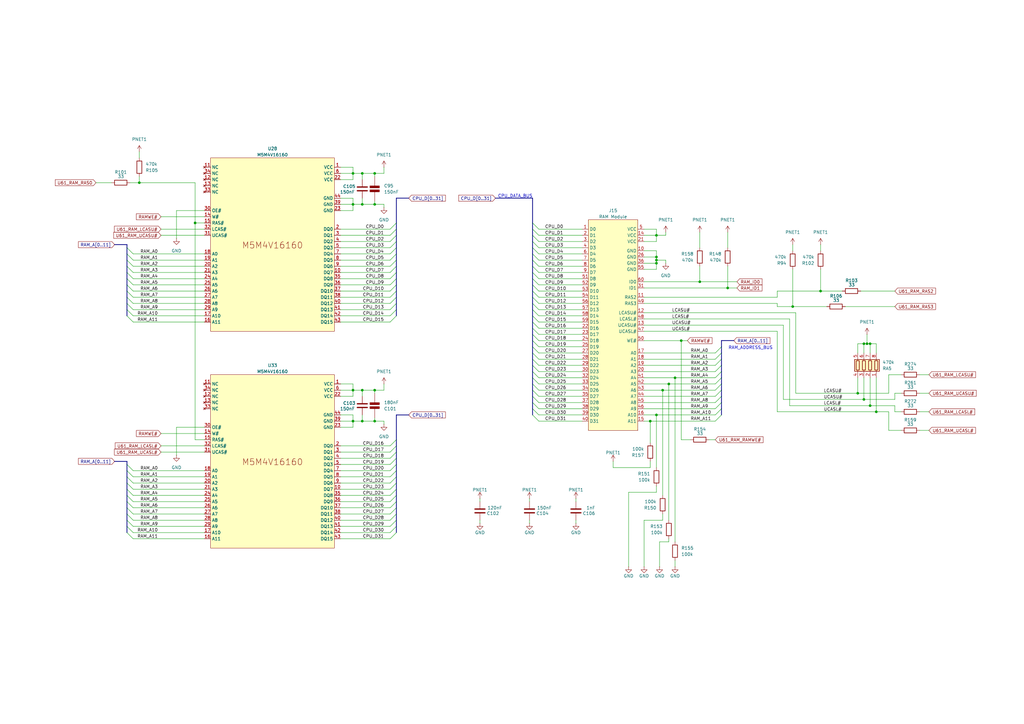
<source format=kicad_sch>
(kicad_sch (version 20250114) (generator "eeschema") (generator_version "9.0")
  (paper "A3")
  (title_block (title "PC110") (company "Recreated by: Ahmad Byagowi"))
  (text "RAM_ADDRESS_BUS" (at 307.848 142.748 0) (effects (font (size 1.27 1.27))))
  (text "CPU_DATA_BUS" (at 211.328 80.518 0) (effects (font (size 1.27 1.27))))
  (junction (at 356.87 166.37))
  (junction (at 354.33 140.97))
  (junction (at 153.67 71.12))
  (junction (at 269.24 96.52))
  (junction (at 269.24 106.68))
  (junction (at 57.15 74.93))
  (junction (at 269.24 107.95))
  (junction (at 144.78 160.02))
  (junction (at 325.12 125.73))
  (junction (at 354.33 163.83))
  (junction (at 274.32 157.48))
  (junction (at 271.78 160.02))
  (junction (at 351.79 161.29))
  (junction (at 144.78 71.12))
  (junction (at 153.67 83.82))
  (junction (at 269.24 105.41))
  (junction (at 148.59 71.12))
  (junction (at 80.01 91.44))
  (junction (at 359.41 168.91))
  (junction (at 153.67 172.72))
  (junction (at 269.24 170.18))
  (junction (at 144.78 172.72))
  (junction (at 287.02 115.57))
  (junction (at 298.45 118.11))
  (junction (at 336.55 119.38))
  (junction (at 148.59 83.82))
  (junction (at 356.87 140.97))
  (junction (at 148.59 160.02))
  (junction (at 144.78 83.82))
  (junction (at 355.6 140.97))
  (junction (at 266.7 172.72))
  (junction (at 276.86 154.94))
  (junction (at 153.67 160.02))
  (junction (at 279.4 139.7))
  (junction (at 148.59 172.72))
  (bus_entry (at 162.56 213.36) (size -2.54 2.54))
  (bus_entry (at 162.56 121.92) (size -2.54 2.54))
  (bus_entry (at 218.44 144.78) (size 2.54 2.54))
  (bus_entry (at 218.44 111.76) (size 2.54 2.54))
  (bus_entry (at 218.44 129.54) (size 2.54 2.54))
  (bus_entry (at 162.56 106.68) (size -2.54 2.54))
  (bus_entry (at 162.56 195.58) (size -2.54 2.54))
  (bus_entry (at 218.44 127) (size 2.54 2.54))
  (bus_entry (at 52.07 114.3) (size 2.54 2.54))
  (bus_entry (at 162.56 190.5) (size -2.54 2.54))
  (bus_entry (at 218.44 91.44) (size 2.54 2.54))
  (bus_entry (at 52.07 213.36) (size 2.54 2.54))
  (bus_entry (at 52.07 127) (size 2.54 2.54))
  (bus_entry (at 293.37 147.32) (size 2.54 -2.54))
  (bus_entry (at 218.44 139.7) (size 2.54 2.54))
  (bus_entry (at 162.56 182.88) (size -2.54 2.54))
  (bus_entry (at 52.07 195.58) (size 2.54 2.54))
  (bus_entry (at 293.37 154.94) (size 2.54 -2.54))
  (bus_entry (at 293.37 170.18) (size 2.54 -2.54))
  (bus_entry (at 52.07 109.22) (size 2.54 2.54))
  (bus_entry (at 162.56 124.46) (size -2.54 2.54))
  (bus_entry (at 52.07 129.54) (size 2.54 2.54))
  (bus_entry (at 293.37 149.86) (size 2.54 -2.54))
  (bus_entry (at 52.07 200.66) (size 2.54 2.54))
  (bus_entry (at 162.56 104.14) (size -2.54 2.54))
  (bus_entry (at 218.44 154.94) (size 2.54 2.54))
  (bus_entry (at 162.56 129.54) (size -2.54 2.54))
  (bus_entry (at 52.07 111.76) (size 2.54 2.54))
  (bus_entry (at 218.44 147.32) (size 2.54 2.54))
  (bus_entry (at 52.07 208.28) (size 2.54 2.54))
  (bus_entry (at 162.56 93.98) (size -2.54 2.54))
  (bus_entry (at 218.44 114.3) (size 2.54 2.54))
  (bus_entry (at 52.07 101.6) (size 2.54 2.54))
  (bus_entry (at 218.44 137.16) (size 2.54 2.54))
  (bus_entry (at 218.44 134.62) (size 2.54 2.54))
  (bus_entry (at 293.37 167.64) (size 2.54 -2.54))
  (bus_entry (at 52.07 124.46) (size 2.54 2.54))
  (bus_entry (at 162.56 185.42) (size -2.54 2.54))
  (bus_entry (at 162.56 200.66) (size -2.54 2.54))
  (bus_entry (at 218.44 119.38) (size 2.54 2.54))
  (bus_entry (at 218.44 157.48) (size 2.54 2.54))
  (bus_entry (at 162.56 218.44) (size -2.54 2.54))
  (bus_entry (at 162.56 198.12) (size -2.54 2.54))
  (bus_entry (at 52.07 198.12) (size 2.54 2.54))
  (bus_entry (at 293.37 160.02) (size 2.54 -2.54))
  (bus_entry (at 218.44 152.4) (size 2.54 2.54))
  (bus_entry (at 162.56 109.22) (size -2.54 2.54))
  (bus_entry (at 218.44 132.08) (size 2.54 2.54))
  (bus_entry (at 52.07 210.82) (size 2.54 2.54))
  (bus_entry (at 52.07 193.04) (size 2.54 2.54))
  (bus_entry (at 218.44 160.02) (size 2.54 2.54))
  (bus_entry (at 293.37 144.78) (size 2.54 -2.54))
  (bus_entry (at 293.37 165.1) (size 2.54 -2.54))
  (bus_entry (at 52.07 121.92) (size 2.54 2.54))
  (bus_entry (at 162.56 193.04) (size -2.54 2.54))
  (bus_entry (at 162.56 180.34) (size -2.54 2.54))
  (bus_entry (at 218.44 167.64) (size 2.54 2.54))
  (bus_entry (at 162.56 215.9) (size -2.54 2.54))
  (bus_entry (at 162.56 101.6) (size -2.54 2.54))
  (bus_entry (at 218.44 162.56) (size 2.54 2.54))
  (bus_entry (at 52.07 116.84) (size 2.54 2.54))
  (bus_entry (at 162.56 99.06) (size -2.54 2.54))
  (bus_entry (at 162.56 114.3) (size -2.54 2.54))
  (bus_entry (at 218.44 142.24) (size 2.54 2.54))
  (bus_entry (at 52.07 218.44) (size 2.54 2.54))
  (bus_entry (at 293.37 162.56) (size 2.54 -2.54))
  (bus_entry (at 293.37 157.48) (size 2.54 -2.54))
  (bus_entry (at 218.44 99.06) (size 2.54 2.54))
  (bus_entry (at 218.44 149.86) (size 2.54 2.54))
  (bus_entry (at 162.56 208.28) (size -2.54 2.54))
  (bus_entry (at 52.07 119.38) (size 2.54 2.54))
  (bus_entry (at 52.07 190.5) (size 2.54 2.54))
  (bus_entry (at 218.44 104.14) (size 2.54 2.54))
  (bus_entry (at 52.07 215.9) (size 2.54 2.54))
  (bus_entry (at 162.56 116.84) (size -2.54 2.54))
  (bus_entry (at 52.07 205.74) (size 2.54 2.54))
  (bus_entry (at 162.56 91.44) (size -2.54 2.54))
  (bus_entry (at 162.56 127) (size -2.54 2.54))
  (bus_entry (at 162.56 111.76) (size -2.54 2.54))
  (bus_entry (at 162.56 96.52) (size -2.54 2.54))
  (bus_entry (at 218.44 116.84) (size 2.54 2.54))
  (bus_entry (at 52.07 203.2) (size 2.54 2.54))
  (bus_entry (at 218.44 96.52) (size 2.54 2.54))
  (bus_entry (at 218.44 109.22) (size 2.54 2.54))
  (bus_entry (at 162.56 119.38) (size -2.54 2.54))
  (bus_entry (at 218.44 124.46) (size 2.54 2.54))
  (bus_entry (at 52.07 104.14) (size 2.54 2.54))
  (bus_entry (at 218.44 165.1) (size 2.54 2.54))
  (bus_entry (at 293.37 172.72) (size 2.54 -2.54))
  (bus_entry (at 218.44 170.18) (size 2.54 2.54))
  (bus_entry (at 162.56 210.82) (size -2.54 2.54))
  (bus_entry (at 52.07 106.68) (size 2.54 2.54))
  (bus_entry (at 218.44 101.6) (size 2.54 2.54))
  (bus_entry (at 162.56 205.74) (size -2.54 2.54))
  (bus_entry (at 218.44 93.98) (size 2.54 2.54))
  (bus_entry (at 162.56 203.2) (size -2.54 2.54))
  (bus_entry (at 293.37 152.4) (size 2.54 -2.54))
  (bus_entry (at 218.44 106.68) (size 2.54 2.54))
  (bus_entry (at 162.56 187.96) (size -2.54 2.54))
  (bus_entry (at 218.44 121.92) (size 2.54 2.54))
  (bus (pts (xy 162.56 215.9) (xy 162.56 213.36)))
  (bus (pts (xy 218.44 170.18) (xy 218.44 167.64)))
  (wire (pts (xy 83.82 195.58) (xy 54.61 195.58)))
  (wire (pts (xy 220.98 139.7) (xy 238.76 139.7)))
  (wire (pts (xy 269.24 201.93) (xy 257.81 201.93)))
  (wire (pts (xy 139.7 213.36) (xy 160.02 213.36)))
  (bus (pts (xy 218.44 142.24) (xy 218.44 139.7)))
  (wire (pts (xy 220.98 93.98) (xy 238.76 93.98)))
  (wire (pts (xy 139.7 104.14) (xy 160.02 104.14)))
  (bus (pts (xy 162.56 182.88) (xy 162.56 180.34)))
  (wire (pts (xy 274.32 157.48) (xy 293.37 157.48)))
  (wire (pts (xy 264.16 144.78) (xy 293.37 144.78)))
  (wire (pts (xy 139.7 187.96) (xy 160.02 187.96)))
  (wire (pts (xy 269.24 93.98) (xy 269.24 96.52)))
  (bus (pts (xy 52.07 114.3) (xy 52.07 111.76)))
  (wire (pts (xy 220.98 132.08) (xy 238.76 132.08)))
  (wire (pts (xy 377.19 153.67) (xy 381 153.67)))
  (wire (pts (xy 220.98 96.52) (xy 238.76 96.52)))
  (wire (pts (xy 271.78 210.82) (xy 271.78 213.36)))
  (wire (pts (xy 139.7 71.12) (xy 144.78 71.12)))
  (wire (pts (xy 269.24 96.52) (xy 273.05 96.52)))
  (wire (pts (xy 139.7 116.84) (xy 160.02 116.84)))
  (wire (pts (xy 83.82 106.68) (xy 54.61 106.68)))
  (wire (pts (xy 139.7 220.98) (xy 160.02 220.98)))
  (wire (pts (xy 367.03 163.83) (xy 354.33 163.83)))
  (wire (pts (xy 377.19 168.91) (xy 381 168.91)))
  (wire (pts (xy 364.49 153.67) (xy 364.49 161.29)))
  (bus (pts (xy 218.44 109.22) (xy 218.44 106.68)))
  (wire (pts (xy 220.98 170.18) (xy 238.76 170.18)))
  (wire (pts (xy 83.82 200.66) (xy 54.61 200.66)))
  (wire (pts (xy 220.98 134.62) (xy 238.76 134.62)))
  (bus (pts (xy 218.44 124.46) (xy 218.44 121.92)))
  (wire (pts (xy 144.78 73.66) (xy 144.78 71.12)))
  (wire (pts (xy 269.24 99.06) (xy 269.24 96.52)))
  (wire (pts (xy 220.98 154.94) (xy 238.76 154.94)))
  (wire (pts (xy 220.98 114.3) (xy 238.76 114.3)))
  (wire (pts (xy 264.16 133.35) (xy 321.31 133.35)))
  (bus (pts (xy 162.56 205.74) (xy 162.56 203.2)))
  (wire (pts (xy 220.98 137.16) (xy 238.76 137.16)))
  (bus (pts (xy 52.07 104.14) (xy 52.07 101.6)))
  (wire (pts (xy 139.7 83.82) (xy 144.78 83.82)))
  (bus (pts (xy 167.64 81.28) (xy 162.56 81.28)))
  (wire (pts (xy 274.32 220.98) (xy 274.32 222.25)))
  (wire (pts (xy 139.7 195.58) (xy 160.02 195.58)))
  (wire (pts (xy 271.78 160.02) (xy 293.37 160.02)))
  (wire (pts (xy 144.78 172.72) (xy 148.59 172.72)))
  (bus (pts (xy 218.44 129.54) (xy 218.44 127)))
  (wire (pts (xy 323.85 166.37) (xy 356.87 166.37)))
  (bus (pts (xy 162.56 213.36) (xy 162.56 210.82)))
  (bus (pts (xy 162.56 208.28) (xy 162.56 205.74)))
  (wire (pts (xy 264.16 105.41) (xy 269.24 105.41)))
  (wire (pts (xy 355.6 137.16) (xy 355.6 140.97)))
  (wire (pts (xy 351.79 140.97) (xy 354.33 140.97)))
  (bus (pts (xy 162.56 116.84) (xy 162.56 114.3)))
  (wire (pts (xy 257.81 201.93) (xy 257.81 232.41)))
  (wire (pts (xy 83.82 119.38) (xy 54.61 119.38)))
  (wire (pts (xy 53.34 74.93) (xy 57.15 74.93)))
  (bus (pts (xy 162.56 96.52) (xy 162.56 93.98)))
  (wire (pts (xy 153.67 172.72) (xy 157.48 172.72)))
  (bus (pts (xy 218.44 162.56) (xy 218.44 160.02)))
  (wire (pts (xy 139.7 101.6) (xy 160.02 101.6)))
  (bus (pts (xy 218.44 81.28) (xy 218.44 91.44)))
  (wire (pts (xy 83.82 121.92) (xy 54.61 121.92)))
  (wire (pts (xy 276.86 229.87) (xy 276.86 232.41)))
  (wire (pts (xy 266.7 172.72) (xy 266.7 181.61)))
  (wire (pts (xy 266.7 191.77) (xy 251.46 191.77)))
  (bus (pts (xy 295.91 167.64) (xy 295.91 165.1)))
  (bus (pts (xy 218.44 93.98) (xy 218.44 91.44)))
  (wire (pts (xy 57.15 62.23) (xy 57.15 64.77)))
  (wire (pts (xy 345.44 119.38) (xy 336.55 119.38)))
  (bus (pts (xy 218.44 144.78) (xy 218.44 142.24)))
  (wire (pts (xy 367.03 166.37) (xy 356.87 166.37)))
  (wire (pts (xy 139.7 81.28) (xy 144.78 81.28)))
  (bus (pts (xy 162.56 193.04) (xy 162.56 190.5)))
  (wire (pts (xy 139.7 124.46) (xy 160.02 124.46)))
  (wire (pts (xy 236.22 214.63) (xy 236.22 213.36)))
  (wire (pts (xy 269.24 170.18) (xy 293.37 170.18)))
  (wire (pts (xy 144.78 71.12) (xy 148.59 71.12)))
  (wire (pts (xy 251.46 191.77) (xy 251.46 189.23)))
  (wire (pts (xy 298.45 95.25) (xy 298.45 101.6)))
  (wire (pts (xy 148.59 160.02) (xy 148.59 162.56)))
  (bus (pts (xy 167.64 170.18) (xy 162.56 170.18)))
  (wire (pts (xy 144.78 86.36) (xy 139.7 86.36)))
  (bus (pts (xy 218.44 160.02) (xy 218.44 157.48)))
  (wire (pts (xy 83.82 109.22) (xy 54.61 109.22)))
  (wire (pts (xy 139.7 182.88) (xy 160.02 182.88)))
  (wire (pts (xy 139.7 96.52) (xy 160.02 96.52)))
  (bus (pts (xy 218.44 134.62) (xy 218.44 132.08)))
  (bus (pts (xy 52.07 124.46) (xy 52.07 121.92)))
  (bus (pts (xy 162.56 129.54) (xy 162.56 127)))
  (bus (pts (xy 218.44 121.92) (xy 218.44 119.38)))
  (bus (pts (xy 162.56 210.82) (xy 162.56 208.28)))
  (wire (pts (xy 220.98 172.72) (xy 238.76 172.72)))
  (wire (pts (xy 354.33 140.97) (xy 354.33 144.78)))
  (wire (pts (xy 279.4 139.7) (xy 279.4 180.34)))
  (wire (pts (xy 220.98 152.4) (xy 238.76 152.4)))
  (wire (pts (xy 269.24 107.95) (xy 269.24 110.49)))
  (bus (pts (xy 295.91 144.78) (xy 295.91 147.32)))
  (bus (pts (xy 295.91 157.48) (xy 295.91 154.94)))
  (wire (pts (xy 264.16 152.4) (xy 293.37 152.4)))
  (bus (pts (xy 295.91 139.7) (xy 295.91 142.24)))
  (wire (pts (xy 359.41 140.97) (xy 359.41 144.78)))
  (wire (pts (xy 157.48 157.48) (xy 157.48 160.02)))
  (wire (pts (xy 153.67 71.12) (xy 153.67 72.39)))
  (wire (pts (xy 139.7 210.82) (xy 160.02 210.82)))
  (wire (pts (xy 139.7 162.56) (xy 144.78 162.56)))
  (bus (pts (xy 162.56 119.38) (xy 162.56 116.84)))
  (wire (pts (xy 217.17 204.47) (xy 217.17 205.74)))
  (bus (pts (xy 162.56 99.06) (xy 162.56 96.52)))
  (bus (pts (xy 218.44 149.86) (xy 218.44 147.32)))
  (bus (pts (xy 52.07 203.2) (xy 52.07 200.66)))
  (wire (pts (xy 139.7 109.22) (xy 160.02 109.22)))
  (bus (pts (xy 162.56 109.22) (xy 162.56 106.68)))
  (bus (pts (xy 162.56 190.5) (xy 162.56 187.96)))
  (wire (pts (xy 290.83 180.34) (xy 293.37 180.34)))
  (wire (pts (xy 66.04 93.98) (xy 83.82 93.98)))
  (wire (pts (xy 264.16 213.36) (xy 264.16 232.41)))
  (wire (pts (xy 139.7 106.68) (xy 160.02 106.68)))
  (bus (pts (xy 52.07 195.58) (xy 52.07 193.04)))
  (wire (pts (xy 336.55 100.33) (xy 336.55 102.87)))
  (wire (pts (xy 355.6 140.97) (xy 356.87 140.97)))
  (bus (pts (xy 52.07 198.12) (xy 52.07 195.58)))
  (wire (pts (xy 139.7 73.66) (xy 144.78 73.66)))
  (wire (pts (xy 83.82 208.28) (xy 54.61 208.28)))
  (wire (pts (xy 264.16 130.81) (xy 323.85 130.81)))
  (wire (pts (xy 153.67 160.02) (xy 153.67 161.29)))
  (wire (pts (xy 279.4 139.7) (xy 281.94 139.7)))
  (wire (pts (xy 356.87 166.37) (xy 356.87 154.94)))
  (wire (pts (xy 157.48 83.82) (xy 157.48 85.09)))
  (bus (pts (xy 218.44 111.76) (xy 218.44 109.22)))
  (wire (pts (xy 144.78 81.28) (xy 144.78 83.82)))
  (wire (pts (xy 139.7 190.5) (xy 160.02 190.5)))
  (wire (pts (xy 80.01 91.44) (xy 83.82 91.44)))
  (wire (pts (xy 364.49 168.91) (xy 359.41 168.91)))
  (wire (pts (xy 264.16 167.64) (xy 293.37 167.64)))
  (wire (pts (xy 264.16 93.98) (xy 269.24 93.98)))
  (wire (pts (xy 321.31 163.83) (xy 354.33 163.83)))
  (bus (pts (xy 218.44 99.06) (xy 218.44 96.52)))
  (wire (pts (xy 287.02 115.57) (xy 287.02 109.22)))
  (wire (pts (xy 264.16 128.27) (xy 326.39 128.27)))
  (wire (pts (xy 83.82 203.2) (xy 54.61 203.2)))
  (wire (pts (xy 148.59 170.18) (xy 148.59 172.72)))
  (wire (pts (xy 80.01 91.44) (xy 80.01 180.34)))
  (wire (pts (xy 269.24 199.39) (xy 269.24 201.93)))
  (wire (pts (xy 83.82 215.9) (xy 54.61 215.9)))
  (wire (pts (xy 139.7 99.06) (xy 160.02 99.06)))
  (wire (pts (xy 364.49 161.29) (xy 351.79 161.29)))
  (wire (pts (xy 318.77 124.46) (xy 318.77 125.73)))
  (wire (pts (xy 318.77 168.91) (xy 359.41 168.91)))
  (wire (pts (xy 264.16 154.94) (xy 276.86 154.94)))
  (wire (pts (xy 39.37 74.93) (xy 45.72 74.93)))
  (bus (pts (xy 162.56 93.98) (xy 162.56 91.44)))
  (wire (pts (xy 273.05 96.52) (xy 273.05 95.25)))
  (wire (pts (xy 321.31 163.83) (xy 321.31 133.35)))
  (wire (pts (xy 148.59 160.02) (xy 153.67 160.02)))
  (wire (pts (xy 83.82 213.36) (xy 54.61 213.36)))
  (bus (pts (xy 52.07 189.23) (xy 52.07 190.5)))
  (wire (pts (xy 153.67 171.45) (xy 153.67 172.72)))
  (wire (pts (xy 220.98 167.64) (xy 238.76 167.64)))
  (wire (pts (xy 351.79 144.78) (xy 351.79 140.97)))
  (wire (pts (xy 264.16 157.48) (xy 274.32 157.48)))
  (bus (pts (xy 52.07 218.44) (xy 52.07 215.9)))
  (bus (pts (xy 218.44 104.14) (xy 218.44 101.6)))
  (wire (pts (xy 144.78 71.12) (xy 144.78 68.58)))
  (wire (pts (xy 269.24 102.87) (xy 269.24 105.41)))
  (bus (pts (xy 52.07 116.84) (xy 52.07 114.3)))
  (wire (pts (xy 66.04 185.42) (xy 83.82 185.42)))
  (wire (pts (xy 323.85 166.37) (xy 323.85 130.81)))
  (wire (pts (xy 220.98 124.46) (xy 238.76 124.46)))
  (wire (pts (xy 83.82 127) (xy 54.61 127)))
  (wire (pts (xy 157.48 172.72) (xy 157.48 173.99)))
  (wire (pts (xy 72.39 86.36) (xy 83.82 86.36)))
  (wire (pts (xy 144.78 83.82) (xy 144.78 86.36)))
  (wire (pts (xy 279.4 180.34) (xy 283.21 180.34)))
  (wire (pts (xy 318.77 119.38) (xy 336.55 119.38)))
  (wire (pts (xy 264.16 135.89) (xy 318.77 135.89)))
  (wire (pts (xy 80.01 74.93) (xy 80.01 91.44)))
  (wire (pts (xy 220.98 106.68) (xy 238.76 106.68)))
  (wire (pts (xy 264.16 165.1) (xy 293.37 165.1)))
  (wire (pts (xy 144.78 160.02) (xy 148.59 160.02)))
  (wire (pts (xy 139.7 198.12) (xy 160.02 198.12)))
  (wire (pts (xy 220.98 144.78) (xy 238.76 144.78)))
  (bus (pts (xy 218.44 154.94) (xy 218.44 152.4)))
  (wire (pts (xy 57.15 74.93) (xy 57.15 72.39)))
  (wire (pts (xy 318.77 121.92) (xy 318.77 119.38)))
  (wire (pts (xy 273.05 106.68) (xy 273.05 107.95)))
  (wire (pts (xy 276.86 154.94) (xy 293.37 154.94)))
  (wire (pts (xy 287.02 95.25) (xy 287.02 101.6)))
  (bus (pts (xy 162.56 106.68) (xy 162.56 104.14)))
  (wire (pts (xy 220.98 157.48) (xy 238.76 157.48)))
  (wire (pts (xy 377.19 176.53) (xy 381 176.53)))
  (wire (pts (xy 83.82 116.84) (xy 54.61 116.84)))
  (wire (pts (xy 144.78 68.58) (xy 139.7 68.58)))
  (wire (pts (xy 264.16 162.56) (xy 293.37 162.56)))
  (wire (pts (xy 264.16 118.11) (xy 298.45 118.11)))
  (wire (pts (xy 139.7 132.08) (xy 160.02 132.08)))
  (wire (pts (xy 367.03 125.73) (xy 346.71 125.73)))
  (wire (pts (xy 298.45 109.22) (xy 298.45 118.11)))
  (wire (pts (xy 220.98 142.24) (xy 238.76 142.24)))
  (wire (pts (xy 83.82 132.08) (xy 54.61 132.08)))
  (wire (pts (xy 196.85 214.63) (xy 196.85 213.36)))
  (bus (pts (xy 218.44 137.16) (xy 218.44 134.62)))
  (wire (pts (xy 274.32 222.25) (xy 270.51 222.25)))
  (bus (pts (xy 295.91 139.7) (xy 300.99 139.7)))
  (wire (pts (xy 83.82 114.3) (xy 54.61 114.3)))
  (wire (pts (xy 269.24 170.18) (xy 269.24 191.77)))
  (wire (pts (xy 148.59 71.12) (xy 153.67 71.12)))
  (wire (pts (xy 318.77 168.91) (xy 318.77 135.89)))
  (wire (pts (xy 83.82 205.74) (xy 54.61 205.74)))
  (wire (pts (xy 351.79 161.29) (xy 351.79 154.94)))
  (wire (pts (xy 264.16 107.95) (xy 269.24 107.95)))
  (wire (pts (xy 144.78 172.72) (xy 144.78 175.26)))
  (bus (pts (xy 295.91 165.1) (xy 295.91 162.56)))
  (wire (pts (xy 264.16 139.7) (xy 279.4 139.7)))
  (wire (pts (xy 144.78 162.56) (xy 144.78 160.02)))
  (bus (pts (xy 162.56 114.3) (xy 162.56 111.76)))
  (wire (pts (xy 220.98 109.22) (xy 238.76 109.22)))
  (wire (pts (xy 139.7 119.38) (xy 160.02 119.38)))
  (wire (pts (xy 66.04 177.8) (xy 83.82 177.8)))
  (bus (pts (xy 162.56 104.14) (xy 162.56 101.6)))
  (wire (pts (xy 139.7 121.92) (xy 160.02 121.92)))
  (bus (pts (xy 218.44 96.52) (xy 218.44 93.98)))
  (bus (pts (xy 162.56 185.42) (xy 162.56 182.88)))
  (wire (pts (xy 139.7 208.28) (xy 160.02 208.28)))
  (bus (pts (xy 218.44 139.7) (xy 218.44 137.16)))
  (wire (pts (xy 359.41 168.91) (xy 359.41 154.94)))
  (wire (pts (xy 139.7 114.3) (xy 160.02 114.3)))
  (wire (pts (xy 264.16 170.18) (xy 269.24 170.18)))
  (wire (pts (xy 220.98 147.32) (xy 238.76 147.32)))
  (wire (pts (xy 318.77 121.92) (xy 264.16 121.92)))
  (bus (pts (xy 52.07 193.04) (xy 52.07 190.5)))
  (wire (pts (xy 318.77 125.73) (xy 325.12 125.73)))
  (wire (pts (xy 148.59 83.82) (xy 153.67 83.82)))
  (wire (pts (xy 271.78 160.02) (xy 271.78 203.2)))
  (bus (pts (xy 162.56 101.6) (xy 162.56 99.06)))
  (bus (pts (xy 218.44 165.1) (xy 218.44 162.56)))
  (bus (pts (xy 52.07 200.66) (xy 52.07 198.12)))
  (wire (pts (xy 269.24 106.68) (xy 269.24 107.95)))
  (wire (pts (xy 264.16 149.86) (xy 293.37 149.86)))
  (wire (pts (xy 269.24 105.41) (xy 269.24 106.68)))
  (wire (pts (xy 236.22 204.47) (xy 236.22 205.74)))
  (wire (pts (xy 144.78 157.48) (xy 139.7 157.48)))
  (bus (pts (xy 218.44 101.6) (xy 218.44 99.06)))
  (wire (pts (xy 220.98 160.02) (xy 238.76 160.02)))
  (wire (pts (xy 72.39 186.69) (xy 72.39 175.26)))
  (bus (pts (xy 295.91 160.02) (xy 295.91 157.48)))
  (wire (pts (xy 220.98 121.92) (xy 238.76 121.92)))
  (wire (pts (xy 83.82 111.76) (xy 54.61 111.76)))
  (wire (pts (xy 377.19 161.29) (xy 381 161.29)))
  (wire (pts (xy 325.12 110.49) (xy 325.12 125.73)))
  (bus (pts (xy 52.07 121.92) (xy 52.07 119.38)))
  (wire (pts (xy 83.82 220.98) (xy 54.61 220.98)))
  (wire (pts (xy 264.16 160.02) (xy 271.78 160.02)))
  (bus (pts (xy 162.56 81.28) (xy 162.56 91.44)))
  (bus (pts (xy 218.44 106.68) (xy 218.44 104.14)))
  (wire (pts (xy 369.57 168.91) (xy 367.03 168.91)))
  (wire (pts (xy 148.59 71.12) (xy 148.59 73.66)))
  (wire (pts (xy 287.02 115.57) (xy 302.26 115.57)))
  (wire (pts (xy 326.39 128.27) (xy 326.39 161.29)))
  (wire (pts (xy 264.16 99.06) (xy 269.24 99.06)))
  (wire (pts (xy 264.16 102.87) (xy 269.24 102.87)))
  (wire (pts (xy 139.7 129.54) (xy 160.02 129.54)))
  (wire (pts (xy 139.7 200.66) (xy 160.02 200.66)))
  (wire (pts (xy 367.03 119.38) (xy 353.06 119.38)))
  (bus (pts (xy 295.91 142.24) (xy 295.91 144.78)))
  (bus (pts (xy 295.91 162.56) (xy 295.91 160.02)))
  (wire (pts (xy 274.32 157.48) (xy 274.32 213.36)))
  (wire (pts (xy 264.16 115.57) (xy 287.02 115.57)))
  (bus (pts (xy 162.56 218.44) (xy 162.56 215.9)))
  (wire (pts (xy 153.67 83.82) (xy 157.48 83.82)))
  (wire (pts (xy 153.67 71.12) (xy 157.48 71.12)))
  (wire (pts (xy 220.98 127) (xy 238.76 127)))
  (wire (pts (xy 220.98 104.14) (xy 238.76 104.14)))
  (bus (pts (xy 162.56 198.12) (xy 162.56 195.58)))
  (wire (pts (xy 139.7 111.76) (xy 160.02 111.76)))
  (wire (pts (xy 326.39 161.29) (xy 351.79 161.29)))
  (wire (pts (xy 139.7 172.72) (xy 144.78 172.72)))
  (bus (pts (xy 162.56 170.18) (xy 162.56 180.34)))
  (wire (pts (xy 367.03 168.91) (xy 367.03 166.37)))
  (wire (pts (xy 72.39 175.26) (xy 83.82 175.26)))
  (wire (pts (xy 153.67 82.55) (xy 153.67 83.82)))
  (wire (pts (xy 266.7 191.77) (xy 266.7 189.23)))
  (wire (pts (xy 325.12 125.73) (xy 339.09 125.73)))
  (wire (pts (xy 72.39 97.79) (xy 72.39 86.36)))
  (wire (pts (xy 367.03 161.29) (xy 367.03 163.83)))
  (wire (pts (xy 220.98 165.1) (xy 238.76 165.1)))
  (wire (pts (xy 354.33 163.83) (xy 354.33 154.94)))
  (wire (pts (xy 139.7 215.9) (xy 160.02 215.9)))
  (wire (pts (xy 157.48 68.58) (xy 157.48 71.12)))
  (wire (pts (xy 83.82 104.14) (xy 54.61 104.14)))
  (wire (pts (xy 364.49 176.53) (xy 364.49 168.91)))
  (bus (pts (xy 162.56 187.96) (xy 162.56 185.42)))
  (wire (pts (xy 83.82 198.12) (xy 54.61 198.12)))
  (bus (pts (xy 218.44 167.64) (xy 218.44 165.1)))
  (wire (pts (xy 369.57 161.29) (xy 367.03 161.29)))
  (wire (pts (xy 298.45 118.11) (xy 302.26 118.11)))
  (bus (pts (xy 46.99 100.33) (xy 52.07 100.33)))
  (bus (pts (xy 218.44 132.08) (xy 218.44 129.54)))
  (bus (pts (xy 162.56 111.76) (xy 162.56 109.22)))
  (wire (pts (xy 83.82 210.82) (xy 54.61 210.82)))
  (bus (pts (xy 218.44 119.38) (xy 218.44 116.84)))
  (wire (pts (xy 269.24 110.49) (xy 264.16 110.49)))
  (wire (pts (xy 66.04 88.9) (xy 83.82 88.9)))
  (wire (pts (xy 139.7 127) (xy 160.02 127)))
  (wire (pts (xy 264.16 172.72) (xy 266.7 172.72)))
  (wire (pts (xy 83.82 129.54) (xy 54.61 129.54)))
  (wire (pts (xy 266.7 172.72) (xy 293.37 172.72)))
  (bus (pts (xy 162.56 200.66) (xy 162.56 198.12)))
  (bus (pts (xy 218.44 152.4) (xy 218.44 149.86)))
  (bus (pts (xy 52.07 127) (xy 52.07 124.46)))
  (wire (pts (xy 220.98 149.86) (xy 238.76 149.86)))
  (wire (pts (xy 148.59 172.72) (xy 153.67 172.72)))
  (bus (pts (xy 52.07 210.82) (xy 52.07 208.28)))
  (wire (pts (xy 325.12 100.33) (xy 325.12 102.87)))
  (wire (pts (xy 220.98 116.84) (xy 238.76 116.84)))
  (bus (pts (xy 52.07 100.33) (xy 52.07 101.6)))
  (wire (pts (xy 148.59 81.28) (xy 148.59 83.82)))
  (wire (pts (xy 139.7 203.2) (xy 160.02 203.2)))
  (wire (pts (xy 66.04 182.88) (xy 83.82 182.88)))
  (wire (pts (xy 220.98 99.06) (xy 238.76 99.06)))
  (wire (pts (xy 220.98 119.38) (xy 238.76 119.38)))
  (wire (pts (xy 354.33 140.97) (xy 355.6 140.97)))
  (bus (pts (xy 162.56 203.2) (xy 162.56 200.66)))
  (wire (pts (xy 276.86 154.94) (xy 276.86 222.25)))
  (wire (pts (xy 144.78 160.02) (xy 144.78 157.48)))
  (wire (pts (xy 220.98 162.56) (xy 238.76 162.56)))
  (bus (pts (xy 218.44 157.48) (xy 218.44 154.94)))
  (bus (pts (xy 218.44 114.3) (xy 218.44 111.76)))
  (wire (pts (xy 57.15 74.93) (xy 80.01 74.93)))
  (bus (pts (xy 162.56 127) (xy 162.56 124.46)))
  (bus (pts (xy 295.91 170.18) (xy 295.91 167.64)))
  (wire (pts (xy 144.78 175.26) (xy 139.7 175.26)))
  (wire (pts (xy 336.55 110.49) (xy 336.55 119.38)))
  (wire (pts (xy 139.7 185.42) (xy 160.02 185.42)))
  (wire (pts (xy 264.16 96.52) (xy 269.24 96.52)))
  (wire (pts (xy 83.82 218.44) (xy 54.61 218.44)))
  (bus (pts (xy 52.07 213.36) (xy 52.07 210.82)))
  (bus (pts (xy 46.99 189.23) (xy 52.07 189.23)))
  (wire (pts (xy 264.16 147.32) (xy 293.37 147.32)))
  (wire (pts (xy 144.78 170.18) (xy 144.78 172.72)))
  (wire (pts (xy 271.78 213.36) (xy 264.16 213.36)))
  (wire (pts (xy 139.7 205.74) (xy 160.02 205.74)))
  (wire (pts (xy 220.98 129.54) (xy 238.76 129.54)))
  (wire (pts (xy 196.85 204.47) (xy 196.85 205.74)))
  (bus (pts (xy 162.56 121.92) (xy 162.56 119.38)))
  (wire (pts (xy 356.87 140.97) (xy 356.87 144.78)))
  (wire (pts (xy 220.98 101.6) (xy 238.76 101.6)))
  (wire (pts (xy 66.04 96.52) (xy 83.82 96.52)))
  (wire (pts (xy 269.24 106.68) (xy 273.05 106.68)))
  (wire (pts (xy 139.7 160.02) (xy 144.78 160.02)))
  (bus (pts (xy 203.2 81.28) (xy 218.44 81.28)))
  (wire (pts (xy 83.82 180.34) (xy 80.01 180.34)))
  (wire (pts (xy 144.78 83.82) (xy 148.59 83.82)))
  (wire (pts (xy 318.77 124.46) (xy 264.16 124.46)))
  (wire (pts (xy 139.7 170.18) (xy 144.78 170.18)))
  (bus (pts (xy 295.91 147.32) (xy 295.91 149.86)))
  (bus (pts (xy 295.91 154.94) (xy 295.91 152.4)))
  (bus (pts (xy 162.56 195.58) (xy 162.56 193.04)))
  (bus (pts (xy 218.44 147.32) (xy 218.44 144.78)))
  (bus (pts (xy 218.44 116.84) (xy 218.44 114.3)))
  (bus (pts (xy 295.91 149.86) (xy 295.91 152.4)))
  (bus (pts (xy 52.07 205.74) (xy 52.07 203.2)))
  (wire (pts (xy 217.17 214.63) (xy 217.17 213.36)))
  (bus (pts (xy 52.07 106.68) (xy 52.07 104.14)))
  (wire (pts (xy 83.82 193.04) (xy 54.61 193.04)))
  (wire (pts (xy 220.98 111.76) (xy 238.76 111.76)))
  (bus (pts (xy 52.07 215.9) (xy 52.07 213.36)))
  (wire (pts (xy 153.67 160.02) (xy 157.48 160.02)))
  (bus (pts (xy 52.07 111.76) (xy 52.07 109.22)))
  (bus (pts (xy 52.07 119.38) (xy 52.07 116.84)))
  (wire (pts (xy 369.57 176.53) (xy 364.49 176.53)))
  (bus (pts (xy 52.07 208.28) (xy 52.07 205.74)))
  (bus (pts (xy 218.44 127) (xy 218.44 124.46)))
  (wire (pts (xy 356.87 140.97) (xy 359.41 140.97)))
  (wire (pts (xy 139.7 218.44) (xy 160.02 218.44)))
  (wire (pts (xy 369.57 153.67) (xy 364.49 153.67)))
  (bus (pts (xy 52.07 109.22) (xy 52.07 106.68)))
  (wire (pts (xy 139.7 93.98) (xy 160.02 93.98)))
  (wire (pts (xy 139.7 193.04) (xy 160.02 193.04)))
  (wire (pts (xy 270.51 222.25) (xy 270.51 232.41)))
  (wire (pts (xy 83.82 124.46) (xy 54.61 124.46)))
  (bus (pts (xy 52.07 129.54) (xy 52.07 127)))
  (bus (pts (xy 162.56 124.46) (xy 162.56 121.92)))
  (label "CPU_D22" (at 157.48 198.12 180))
  (label "CPU_D13" (at 157.48 127 180))
  (label "LCASL#" (at 275.59 130.81 0))
  (label "CPU_D23" (at 157.48 200.66 180))
  (label "RAM_A7" (at 64.77 210.82 180))
  (label "CPU_D7" (at 157.48 111.76 180))
  (label "CPU_D18" (at 223.52 139.7 0))
  (label "RAM_A2" (at 64.77 109.22 180))
  (label "RAM_A9" (at 64.77 215.9 180))
  (label "CPU_D31" (at 223.52 172.72 0))
  (label "CPU_D6" (at 157.48 109.22 180))
  (label "CPU_D31" (at 157.48 220.98 180))
  (label "RAM_A1" (at 64.77 195.58 180))
  (label "RAM_A8" (at 64.77 124.46 180))
  (label "CPU_D7" (at 223.52 111.76 0))
  (label "RAM_A10" (at 283.21 170.18 0))
  (label "RAM_A7" (at 283.21 162.56 0))
  (label "RAM_A3" (at 283.21 152.4 0))
  (label "RAM_A0" (at 64.77 104.14 180))
  (label "CPU_D25" (at 223.52 157.48 0))
  (label "UCASL#" (at 337.82 168.91 0))
  (label "RAM_A8" (at 283.21 165.1 0))
  (label "RAM_A7" (at 64.77 121.92 180))
  (label "CPU_D24" (at 223.52 154.94 0))
  (label "CPU_D10" (at 223.52 119.38 0))
  (label "CPU_D5" (at 157.48 106.68 180))
  (label "CPU_D27" (at 223.52 162.56 0))
  (label "CPU_D19" (at 157.48 190.5 180))
  (label "CPU_D0" (at 157.48 93.98 180))
  (label "CPU_D19" (at 223.52 142.24 0))
  (label "CPU_D3" (at 223.52 101.6 0))
  (label "CPU_D1" (at 157.48 96.52 180))
  (label "LCASL#" (at 337.82 166.37 0))
  (label "RAM_A6" (at 283.21 160.02 0))
  (label "CPU_D9" (at 157.48 116.84 180))
  (label "CPU_D11" (at 157.48 121.92 180))
  (label "CPU_D4" (at 223.52 104.14 0))
  (label "CPU_D14" (at 157.48 129.54 180))
  (label "RAM_A5" (at 64.77 205.74 180))
  (label "CPU_D15" (at 157.48 132.08 180))
  (label "CPU_D2" (at 223.52 99.06 0))
  (label "CPU_D5" (at 223.52 106.68 0))
  (label "CPU_D8" (at 223.52 114.3 0))
  (label "CPU_D6" (at 223.52 109.22 0))
  (label "LCASU#" (at 275.59 128.27 0))
  (label "RAM_A4" (at 64.77 203.2 180))
  (label "RAM_A0" (at 64.77 193.04 180))
  (label "CPU_D16" (at 223.52 134.62 0))
  (label "UCASU#" (at 337.82 163.83 0))
  (label "RAM_A5" (at 283.21 157.48 0))
  (label "CPU_D22" (at 223.52 149.86 0))
  (label "CPU_D3" (at 157.48 101.6 180))
  (label "CPU_D12" (at 157.48 124.46 180))
  (label "RAM_A2" (at 283.21 149.86 0))
  (label "UCASU#" (at 275.59 133.35 0))
  (label "CPU_D2" (at 157.48 99.06 180))
  (label "CPU_D28" (at 223.52 165.1 0))
  (label "CPU_D30" (at 157.48 218.44 180))
  (label "CPU_D26" (at 223.52 160.02 0))
  (label "UCASL#" (at 275.59 135.89 0))
  (label "RAM_A11" (at 283.21 172.72 0))
  (label "CPU_D4" (at 157.48 104.14 180))
  (label "RAM_A2" (at 64.77 198.12 180))
  (label "CPU_D17" (at 157.48 185.42 180))
  (label "CPU_D10" (at 157.48 119.38 180))
  (label "RAM_A0" (at 283.21 144.78 0))
  (label "CPU_D27" (at 157.48 210.82 180))
  (label "RAM_A3" (at 64.77 200.66 180))
  (label "RAM_A11" (at 64.77 220.98 180))
  (label "CPU_D12" (at 223.52 124.46 0))
  (label "CPU_D21" (at 157.48 195.58 180))
  (label "RAM_A5" (at 64.77 116.84 180))
  (label "RAM_A1" (at 64.77 106.68 180))
  (label "CPU_D20" (at 157.48 193.04 180))
  (label "CPU_D24" (at 157.48 203.2 180))
  (label "CPU_D0" (at 223.52 93.98 0))
  (label "CPU_D30" (at 223.52 170.18 0))
  (label "CPU_D29" (at 157.48 215.9 180))
  (label "CPU_D13" (at 223.52 127 0))
  (label "RAM_A3" (at 64.77 111.76 180))
  (label "CPU_D16" (at 157.48 182.88 180))
  (label "RAM_A1" (at 283.21 147.32 0))
  (label "CPU_D18" (at 157.48 187.96 180))
  (label "CPU_D20" (at 223.52 144.78 0))
  (label "RAM_A9" (at 283.21 167.64 0))
  (label "CPU_D25" (at 157.48 205.74 180))
  (label "CPU_D28" (at 157.48 213.36 180))
  (label "RAM_A11" (at 64.77 132.08 180))
  (label "CPU_D9" (at 223.52 116.84 0))
  (label "RAM_A4" (at 283.21 154.94 0))
  (label "CPU_D29" (at 223.52 167.64 0))
  (label "RAM_A10" (at 64.77 129.54 180))
  (label "RAM_A6" (at 64.77 119.38 180))
  (label "CPU_D21" (at 223.52 147.32 0))
  (label "RAM_A9" (at 64.77 127 180))
  (label "CPU_D14" (at 223.52 129.54 0))
  (label "CPU_D1" (at 223.52 96.52 0))
  (label "RAM_A6" (at 64.77 208.28 180))
  (label "RAM_A4" (at 64.77 114.3 180))
  (label "CPU_D26" (at 157.48 208.28 180))
  (label "CPU_D17" (at 223.52 137.16 0))
  (label "CPU_D15" (at 223.52 132.08 0))
  (label "CPU_D23" (at 223.52 152.4 0))
  (label "RAM_A10" (at 64.77 218.44 180))
  (label "LCASU#" (at 337.82 161.29 0))
  (label "CPU_D11" (at 223.52 121.92 0))
  (label "RAM_A8" (at 64.77 213.36 180))
  (label "CPU_D8" (at 157.48 114.3 180))
  (global_label "RAM_A[0..11]" (shape input) (at 46.99 189.23 180) (property "Intersheetrefs" "${INTERSHEET_REFS}" (effects (hide yes))))
  (global_label "U61_RAM_LCASU#" (shape input) (at 66.04 93.98 180) (property "Intersheetrefs" "${INTERSHEET_REFS}" (effects (hide yes))))
  (global_label "U61_RAM_RAMWE#" (shape input) (at 293.37 180.34 0) (property "Intersheetrefs" "${INTERSHEET_REFS}" (effects (hide yes))))
  (global_label "CPU_D[0..31]" (shape input) (at 203.2 81.28 180) (property "Intersheetrefs" "${INTERSHEET_REFS}" (effects (hide yes))))
  (global_label "RAMWE#" (shape input) (at 66.04 177.8 180) (property "Intersheetrefs" "${INTERSHEET_REFS}" (effects (hide yes))))
  (global_label "U61_RAM_UCASL#" (shape input) (at 381 176.53 0) (property "Intersheetrefs" "${INTERSHEET_REFS}" (effects (hide yes))))
  (global_label "U61_RAM_LCASU#" (shape input) (at 381 153.67 0) (property "Intersheetrefs" "${INTERSHEET_REFS}" (effects (hide yes))))
  (global_label "RAM_ID1" (shape input) (at 302.26 118.11 0) (property "Intersheetrefs" "${INTERSHEET_REFS}" (effects (hide yes))))
  (global_label "RAM_A[0..11]" (shape input) (at 300.99 139.7 0) (property "Intersheetrefs" "${INTERSHEET_REFS}" (effects (hide yes))))
  (global_label "U61_RAM_UCASL#" (shape input) (at 66.04 185.42 180) (property "Intersheetrefs" "${INTERSHEET_REFS}" (effects (hide yes))))
  (global_label "RAMWE#" (shape input) (at 66.04 88.9 180) (property "Intersheetrefs" "${INTERSHEET_REFS}" (effects (hide yes))))
  (global_label "U61_RAM_RAS2" (shape input) (at 367.03 119.38 0) (property "Intersheetrefs" "${INTERSHEET_REFS}" (effects (hide yes))))
  (global_label "U61_RAM_RAS0" (shape input) (at 39.37 74.93 180) (property "Intersheetrefs" "${INTERSHEET_REFS}" (effects (hide yes))))
  (global_label "RAM_A[0..11]" (shape input) (at 46.99 100.33 180) (property "Intersheetrefs" "${INTERSHEET_REFS}" (effects (hide yes))))
  (global_label "RAMWE#" (shape input) (at 281.94 139.7 0) (property "Intersheetrefs" "${INTERSHEET_REFS}" (effects (hide yes))))
  (global_label "CPU_D[0..31]" (shape input) (at 167.64 81.28 0) (property "Intersheetrefs" "${INTERSHEET_REFS}" (effects (hide yes))))
  (global_label "U61_RAM_UCASU#" (shape input) (at 381 161.29 0) (property "Intersheetrefs" "${INTERSHEET_REFS}" (effects (hide yes))))
  (global_label "U61_RAM_LCASL#" (shape input) (at 381 168.91 0) (property "Intersheetrefs" "${INTERSHEET_REFS}" (effects (hide yes))))
  (global_label "RAM_ID0" (shape input) (at 302.26 115.57 0) (property "Intersheetrefs" "${INTERSHEET_REFS}" (effects (hide yes))))
  (global_label "U61_RAM_RAS3" (shape input) (at 367.03 125.73 0) (property "Intersheetrefs" "${INTERSHEET_REFS}" (effects (hide yes))))
  (global_label "U61_RAM_LCASL#" (shape input) (at 66.04 182.88 180) (property "Intersheetrefs" "${INTERSHEET_REFS}" (effects (hide yes))))
  (global_label "U61_RAM_UCASU#" (shape input) (at 66.04 96.52 180) (property "Intersheetrefs" "${INTERSHEET_REFS}" (effects (hide yes))))
  (global_label "CPU_D[0..31]" (shape input) (at 167.64 170.18 0) (property "Intersheetrefs" "${INTERSHEET_REFS}" (effects (hide yes))))
  (symbol (lib_id "Device:R") (at 336.55 106.68 0) (unit 1)
    (property "Reference" "R102" (at 334.01 107.9501 0) (effects (justify right)))
    (property "Value" "470k" (at 334.01 105.4101 0) (effects (justify right)))
    (property "Footprint" "PCM_Resistor_SMD_AKL:R_0402_1005Metric" (effects (hide yes)))
    (property "Description" "Resistor" (effects (hide yes)))
  )
  (symbol (lib_id "power:VCC") (at 287.02 95.25 0) (mirror y) (unit 1)
    (property "Reference" "#PWR0388" (effects (hide yes)))
    (property "Value" "PNET1" (at 287.02 90.17 0))
    (property "Description" "Power symbol creates a global label with name \"VCC\"" (effects (hide yes)))
  )
  (symbol (lib_id "Device:C") (at 148.59 166.37 0) (unit 1)
    (property "Reference" "C103" (at 143.256 165.354 0))
    (property "Value" "150nF" (at 142.494 167.64 0))
    (property "Footprint" "Capacitor_SMD:C_0402_1005Metric" (effects (hide yes)))
    (property "Description" "Unpolarized capacitor" (effects (hide yes)))
  )
  (symbol (lib_id "power:VCC") (at 217.17 204.47 0) (unit 1)
    (property "Reference" "#PWR0654" (effects (hide yes)))
    (property "Value" "PNET1" (at 217.17 200.914 0))
    (property "Description" "Power symbol creates a global label with name \"VCC\"" (effects (hide yes)))
  )
  (symbol (lib_id "power:VCC") (at 57.15 62.23 0) (unit 1)
    (property "Reference" "#PWR0385" (effects (hide yes)))
    (property "Value" "PNET1" (at 57.15 57.15 0))
    (property "Description" "Power symbol creates a global label with name \"VCC\"" (effects (hide yes)))
  )
  (symbol (lib_id "power:GND") (at 276.86 232.41 0) (unit 1)
    (property "Reference" "#PWR0650" (effects (hide yes)))
    (property "Value" "GND" (at 276.86 236.22 0))
    (property "Description" "Power symbol creates a global label with name \"GND\" , ground" (effects (hide yes)))
  )
  (symbol (lib_id "power:GND") (at 236.22 214.63 0) (unit 1)
    (property "Reference" "#PWR0647" (effects (hide yes)))
    (property "Value" "GND" (at 236.22 218.44 0))
    (property "Description" "Power symbol creates a global label with name \"GND\" , ground" (effects (hide yes)))
  )
  (symbol (lib_id "Device:R_Pack04") (at 354.33 149.86 0) (mirror y) (unit 1)
    (property "Reference" "RA5" (at 361.95 151.1301 0) (effects (justify right)))
    (property "Value" "470k" (at 361.95 148.5901 0) (effects (justify right)))
    (property "Footprint" "PC110:R-array" (effects (hide yes)))
    (property "Description" "4 resistor network, parallel topology" (effects (hide yes)))
  )
  (symbol (lib_id "Device:R") (at 298.45 105.41 0) (mirror x) (unit 1)
    (property "Reference" "R148" (at 295.91 104.1399 0) (effects (justify right)))
    (property "Value" "470k" (at 295.91 106.6799 0) (effects (justify right)))
    (property "Footprint" "PCM_Resistor_SMD_AKL:R_0402_1005Metric" (effects (hide yes)))
    (property "Description" "Resistor" (effects (hide yes)))
  )
  (symbol (lib_id "Device:R") (at 287.02 105.41 0) (mirror x) (unit 1)
    (property "Reference" "R158" (at 284.48 104.1399 0) (effects (justify right)))
    (property "Value" "470k" (at 284.48 106.6799 0) (effects (justify right)))
    (property "Footprint" "PCM_Resistor_SMD_AKL:R_0402_1005Metric" (effects (hide yes)))
    (property "Description" "Resistor" (effects (hide yes)))
  )
  (symbol (lib_id "PC110:RAM_MOD") (at 251.46 133.35 0) (unit 1)
    (property "Reference" "J15" (at 251.46 86.36 0))
    (property "Value" "RAM Module" (at 251.46 88.9 0))
    (property "Footprint" "PC110:RAM Module" (effects (hide yes)))
  )
  (symbol (lib_id "Device:C") (at 196.85 209.55 180) (unit 1)
    (property "Reference" "C102" (at 202.184 210.566 0))
    (property "Value" "120nF" (at 202.946 208.28 0))
    (property "Footprint" "Capacitor_SMD:C_0402_1005Metric" (effects (hide yes)))
    (property "Description" "Unpolarized capacitor" (effects (hide yes)))
  )
  (symbol (lib_id "Device:R") (at 373.38 161.29 270) (mirror x) (unit 1)
    (property "Reference" "R261" (at 370.84 156.972 90) (effects (justify left)))
    (property "Value" "33" (at 372.1101 158.75 90) (effects (justify left)))
    (property "Footprint" "PCM_Resistor_SMD_AKL:R_0402_1005Metric" (effects (hide yes)))
    (property "Description" "Resistor" (effects (hide yes)))
  )
  (symbol (lib_id "power:VCC") (at 325.12 100.33 0) (mirror y) (unit 1)
    (property "Reference" "#PWR0387" (effects (hide yes)))
    (property "Value" "PNET1" (at 325.12 95.25 0))
    (property "Description" "Power symbol creates a global label with name \"VCC\"" (effects (hide yes)))
  )
  (symbol (lib_id "power:VCC") (at 157.48 157.48 0) (unit 1)
    (property "Reference" "#PWR096" (effects (hide yes)))
    (property "Value" "PNET1" (at 157.48 152.4 0))
    (property "Description" "Power symbol creates a global label with name \"VCC\"" (effects (hide yes)))
  )
  (symbol (lib_id "Device:R") (at 266.7 185.42 0) (unit 1)
    (property "Reference" "R157" (at 264.16 186.6901 0) (effects (justify right)))
    (property "Value" "100k" (at 264.16 184.1501 0) (effects (justify right)))
    (property "Footprint" "PCM_Resistor_SMD_AKL:R_0402_1005Metric" (effects (hide yes)))
    (property "Description" "Resistor" (effects (hide yes)))
  )
  (symbol (lib_id "power:GND") (at 157.48 173.99 0) (unit 1)
    (property "Reference" "#PWR097" (effects (hide yes)))
    (property "Value" "GND" (at 157.48 179.07 0))
    (property "Description" "Power symbol creates a global label with name \"GND\" , ground" (effects (hide yes)))
  )
  (symbol (lib_id "Device:R") (at 373.38 168.91 270) (mirror x) (unit 1)
    (property "Reference" "R272" (at 370.84 164.592 90) (effects (justify left)))
    (property "Value" "33" (at 372.1101 166.37 90) (effects (justify left)))
    (property "Footprint" "PCM_Resistor_SMD_AKL:R_0402_1005Metric" (effects (hide yes)))
    (property "Description" "Resistor" (effects (hide yes)))
  )
  (symbol (lib_id "power:VCC") (at 273.05 95.25 0) (unit 1)
    (property "Reference" "#PWR098" (effects (hide yes)))
    (property "Value" "PNET1" (at 273.05 90.17 0))
    (property "Description" "Power symbol creates a global label with name \"VCC\"" (effects (hide yes)))
  )
  (symbol (lib_id "power:GND") (at 72.39 186.69 0) (unit 1)
    (property "Reference" "#PWR0391" (effects (hide yes)))
    (property "Value" "GND" (at 72.39 191.77 0))
    (property "Description" "Power symbol creates a global label with name \"GND\" , ground" (effects (hide yes)))
  )
  (symbol (lib_id "power:GND") (at 196.85 214.63 0) (unit 1)
    (property "Reference" "#PWR0657" (effects (hide yes)))
    (property "Value" "GND" (at 196.85 218.44 0))
    (property "Description" "Power symbol creates a global label with name \"GND\" , ground" (effects (hide yes)))
  )
  (symbol (lib_id "Device:R") (at 342.9 125.73 270) (mirror x) (unit 1)
    (property "Reference" "R106" (at 340.36 121.412 90) (effects (justify left)))
    (property "Value" "33" (at 341.6301 123.19 90) (effects (justify left)))
    (property "Footprint" "PCM_Resistor_SMD_AKL:R_0402_1005Metric" (effects (hide yes)))
    (property "Description" "Resistor" (effects (hide yes)))
  )
  (symbol (lib_id "power:VCC") (at 355.6 137.16 0) (mirror y) (unit 1)
    (property "Reference" "#PWR0390" (effects (hide yes)))
    (property "Value" "PNET1" (at 355.6 132.08 0))
    (property "Description" "Power symbol creates a global label with name \"VCC\"" (effects (hide yes)))
  )
  (symbol (lib_id "Device:R") (at 271.78 207.01 0) (unit 1)
    (property "Reference" "R150" (at 269.24 208.2801 0) (effects (justify right)))
    (property "Value" "100k" (at 269.24 205.7401 0) (effects (justify right)))
    (property "Footprint" "PCM_Resistor_SMD_AKL:R_0402_1005Metric" (effects (hide yes)))
    (property "Description" "Resistor" (effects (hide yes)))
  )
  (symbol (lib_id "power:GND") (at 157.48 85.09 0) (unit 1)
    (property "Reference" "#PWR095" (effects (hide yes)))
    (property "Value" "GND" (at 157.48 90.17 0))
    (property "Description" "Power symbol creates a global label with name \"GND\" , ground" (effects (hide yes)))
  )
  (symbol (lib_id "Device:R") (at 57.15 68.58 0) (mirror y) (unit 1)
    (property "Reference" "R105" (at 59.69 69.8501 0) (effects (justify right)))
    (property "Value" "470k" (at 59.69 67.3101 0) (effects (justify right)))
    (property "Footprint" "PCM_Resistor_SMD_AKL:R_0402_1005Metric" (effects (hide yes)))
    (property "Description" "Resistor" (effects (hide yes)))
  )
  (symbol (lib_id "Device:R") (at 49.53 74.93 270) (mirror x) (unit 1)
    (property "Reference" "R101" (at 46.99 70.612 90) (effects (justify left)))
    (property "Value" "33" (at 48.2601 72.39 90) (effects (justify left)))
    (property "Footprint" "PCM_Resistor_SMD_AKL:R_0402_1005Metric" (effects (hide yes)))
    (property "Description" "Resistor" (effects (hide yes)))
  )
  (symbol (lib_id "power:VCC") (at 196.85 204.47 0) (unit 1)
    (property "Reference" "#PWR0656" (effects (hide yes)))
    (property "Value" "PNET1" (at 196.85 200.914 0))
    (property "Description" "Power symbol creates a global label with name \"VCC\"" (effects (hide yes)))
  )
  (symbol (lib_id "power:VCC") (at 236.22 204.47 0) (unit 1)
    (property "Reference" "#PWR0646" (effects (hide yes)))
    (property "Value" "PNET1" (at 236.22 200.914 0))
    (property "Description" "Power symbol creates a global label with name \"VCC\"" (effects (hide yes)))
  )
  (symbol (lib_id "power:GND") (at 273.05 107.95 0) (unit 1)
    (property "Reference" "#PWR099" (effects (hide yes)))
    (property "Value" "GND" (at 273.05 113.03 0))
    (property "Description" "Power symbol creates a global label with name \"GND\" , ground" (effects (hide yes)))
  )
  (symbol (lib_id "Device:R") (at 349.25 119.38 270) (mirror x) (unit 1)
    (property "Reference" "R103" (at 346.71 115.062 90) (effects (justify left)))
    (property "Value" "33" (at 347.9801 116.84 90) (effects (justify left)))
    (property "Footprint" "PCM_Resistor_SMD_AKL:R_0402_1005Metric" (effects (hide yes)))
    (property "Description" "Resistor" (effects (hide yes)))
  )
  (symbol (lib_id "PC110:M5M4V16160") (at 111.76 189.23 0) (unit 1)
    (property "Reference" "U33" (at 111.76 149.86 0))
    (property "Value" "M5M4V16160" (at 111.76 152.4 0))
    (property "Footprint" "PC110:RAMchip" (effects (hide yes)))
  )
  (symbol (lib_id "Device:R") (at 269.24 195.58 0) (mirror x) (unit 1)
    (property "Reference" "R151" (at 266.7 194.3099 0) (effects (justify right)))
    (property "Value" "100k" (at 266.7 196.8499 0) (effects (justify right)))
    (property "Footprint" "PCM_Resistor_SMD_AKL:R_0402_1005Metric" (effects (hide yes)))
    (property "Description" "Resistor" (effects (hide yes)))
  )
  (symbol (lib_id "Device:C") (at 148.59 77.47 0) (unit 1)
    (property "Reference" "C105" (at 143.256 76.454 0))
    (property "Value" "150nF" (at 142.494 78.74 0))
    (property "Footprint" "Capacitor_SMD:C_0402_1005Metric" (effects (hide yes)))
    (property "Description" "Unpolarized capacitor" (effects (hide yes)))
  )
  (symbol (lib_id "power:GND") (at 72.39 97.79 0) (unit 1)
    (property "Reference" "#PWR0392" (effects (hide yes)))
    (property "Value" "GND" (at 72.39 102.87 0))
    (property "Description" "Power symbol creates a global label with name \"GND\" , ground" (effects (hide yes)))
  )
  (symbol (lib_id "Device:C") (at 236.22 209.55 180) (unit 1)
    (property "Reference" "C106" (at 241.554 210.566 0))
    (property "Value" "1nF" (at 242.316 208.28 0))
    (property "Footprint" "Capacitor_SMD:C_0402_1005Metric" (effects (hide yes)))
    (property "Description" "Unpolarized capacitor" (effects (hide yes)))
  )
  (symbol (lib_id "power:GND") (at 270.51 232.41 0) (unit 1)
    (property "Reference" "#PWR0649" (effects (hide yes)))
    (property "Value" "GND" (at 270.51 236.22 0))
    (property "Description" "Power symbol creates a global label with name \"GND\" , ground" (effects (hide yes)))
  )
  (symbol (lib_id "Device:R") (at 373.38 176.53 90) (unit 1)
    (property "Reference" "R159" (at 375.92 172.212 90) (effects (justify left)))
    (property "Value" "33" (at 374.6499 173.99 90) (effects (justify left)))
    (property "Footprint" "PCM_Resistor_SMD_AKL:R_0402_1005Metric" (effects (hide yes)))
    (property "Description" "Resistor" (effects (hide yes)))
  )
  (symbol (lib_id "power:GND") (at 217.17 214.63 0) (unit 1)
    (property "Reference" "#PWR0655" (effects (hide yes)))
    (property "Value" "GND" (at 217.17 218.44 0))
    (property "Description" "Power symbol creates a global label with name \"GND\" , ground" (effects (hide yes)))
  )
  (symbol (lib_id "power:VCC") (at 157.48 68.58 0) (unit 1)
    (property "Reference" "#PWR094" (effects (hide yes)))
    (property "Value" "PNET1" (at 157.48 63.5 0))
    (property "Description" "Power symbol creates a global label with name \"VCC\"" (effects (hide yes)))
  )
  (symbol (lib_id "PC110:M5M4V16160") (at 111.76 100.33 0) (unit 1)
    (property "Reference" "U28" (at 111.76 60.96 0))
    (property "Value" "M5M4V16160" (at 111.76 63.5 0))
    (property "Footprint" "PC110:RAMchip" (effects (hide yes)))
  )
  (symbol (lib_id "PCM_Elektuur:C") (at 153.67 166.37 0) (mirror x) (unit 1)
    (property "Reference" "C101" (at 157.48 167.6401 0) (effects (justify left)))
    (property "Value" "180nF" (at 157.48 165.1001 0) (effects (justify left)))
    (property "Footprint" "Capacitor_SMD:C_0402_1005Metric" (effects (hide yes)))
    (property "Description" "capacitor, non-polarized/bipolar" (effects (hide yes)))
    (property "Indicator" "+" (effects (hide yes)))
    (property "Rating" "V" (effects (hide yes)))
  )
  (symbol (lib_id "power:GND") (at 264.16 232.41 0) (unit 1)
    (property "Reference" "#PWR0648" (effects (hide yes)))
    (property "Value" "GND" (at 264.16 236.22 0))
    (property "Description" "Power symbol creates a global label with name \"GND\" , ground" (effects (hide yes)))
  )
  (symbol (lib_id "PCM_Elektuur:C") (at 153.67 77.47 0) (unit 1)
    (property "Reference" "C95" (at 157.48 76.1999 0) (effects (justify left)))
    (property "Value" "150nF" (at 157.48 78.7399 0) (effects (justify left)))
    (property "Footprint" "Capacitor_SMD:C_0402_1005Metric" (effects (hide yes)))
    (property "Description" "capacitor, non-polarized/bipolar" (effects (hide yes)))
    (property "Indicator" "+" (effects (hide yes)))
    (property "Rating" "V" (effects (hide yes)))
  )
  (symbol (lib_id "Device:R") (at 373.38 153.67 270) (mirror x) (unit 1)
    (property "Reference" "R274" (at 370.84 149.352 90) (effects (justify left)))
    (property "Value" "33" (at 372.1101 151.13 90) (effects (justify left)))
    (property "Footprint" "PCM_Resistor_SMD_AKL:R_0402_1005Metric" (effects (hide yes)))
    (property "Description" "Resistor" (effects (hide yes)))
  )
  (symbol (lib_id "Device:R") (at 287.02 180.34 270) (mirror x) (unit 1)
    (property "Reference" "R154" (at 284.48 176.022 90) (effects (justify left)))
    (property "Value" "33" (at 285.7501 177.8 90) (effects (justify left)))
    (property "Footprint" "PCM_Resistor_SMD_AKL:R_0402_1005Metric" (effects (hide yes)))
    (property "Description" "Resistor" (effects (hide yes)))
  )
  (symbol (lib_id "power:GND") (at 257.81 232.41 0) (unit 1)
    (property "Reference" "#PWR0652" (effects (hide yes)))
    (property "Value" "GND" (at 257.81 236.22 0))
    (property "Description" "Power symbol creates a global label with name \"GND\" , ground" (effects (hide yes)))
  )
  (symbol (lib_id "Device:C") (at 217.17 209.55 180) (unit 1)
    (property "Reference" "C104" (at 222.504 210.566 0))
    (property "Value" "150nF" (at 223.266 208.28 0))
    (property "Footprint" "Capacitor_SMD:C_0402_1005Metric" (effects (hide yes)))
    (property "Description" "Unpolarized capacitor" (effects (hide yes)))
  )
  (symbol (lib_id "Device:R") (at 274.32 217.17 0) (mirror x) (unit 1)
    (property "Reference" "R153" (at 271.78 215.8999 0) (effects (justify right)))
    (property "Value" "100k" (at 271.78 218.4399 0) (effects (justify right)))
    (property "Footprint" "PCM_Resistor_SMD_AKL:R_0402_1005Metric" (effects (hide yes)))
    (property "Description" "Resistor" (effects (hide yes)))
  )
  (symbol (lib_id "power:VCC") (at 251.46 189.23 0) (unit 1)
    (property "Reference" "#PWR0653" (effects (hide yes)))
    (property "Value" "PNET1" (at 251.46 185.674 0))
    (property "Description" "Power symbol creates a global label with name \"VCC\"" (effects (hide yes)))
  )
  (symbol (lib_id "power:VCC") (at 298.45 95.25 0) (mirror y) (unit 1)
    (property "Reference" "#PWR0389" (effects (hide yes)))
    (property "Value" "PNET1" (at 298.45 90.17 0))
    (property "Description" "Power symbol creates a global label with name \"VCC\"" (effects (hide yes)))
  )
  (symbol (lib_id "Device:R") (at 276.86 226.06 180) (unit 1)
    (property "Reference" "R155" (at 279.4 224.7899 0) (effects (justify right)))
    (property "Value" "100k" (at 279.4 227.3299 0) (effects (justify right)))
    (property "Footprint" "PCM_Resistor_SMD_AKL:R_0402_1005Metric" (effects (hide yes)))
    (property "Description" "Resistor" (effects (hide yes)))
  )
  (symbol (lib_id "Device:R") (at 325.12 106.68 0) (unit 1)
    (property "Reference" "R94" (at 322.58 107.9501 0) (effects (justify right)))
    (property "Value" "470k" (at 322.58 105.4101 0) (effects (justify right)))
    (property "Footprint" "PCM_Resistor_SMD_AKL:R_0402_1005Metric" (effects (hide yes)))
    (property "Description" "Resistor" (effects (hide yes)))
  )
  (symbol (lib_id "power:VCC") (at 336.55 100.33 0) (mirror y) (unit 1)
    (property "Reference" "#PWR0386" (effects (hide yes)))
    (property "Value" "PNET1" (at 336.55 95.25 0))
    (property "Description" "Power symbol creates a global label with name \"VCC\"" (effects (hide yes)))
  )
)
</source>
